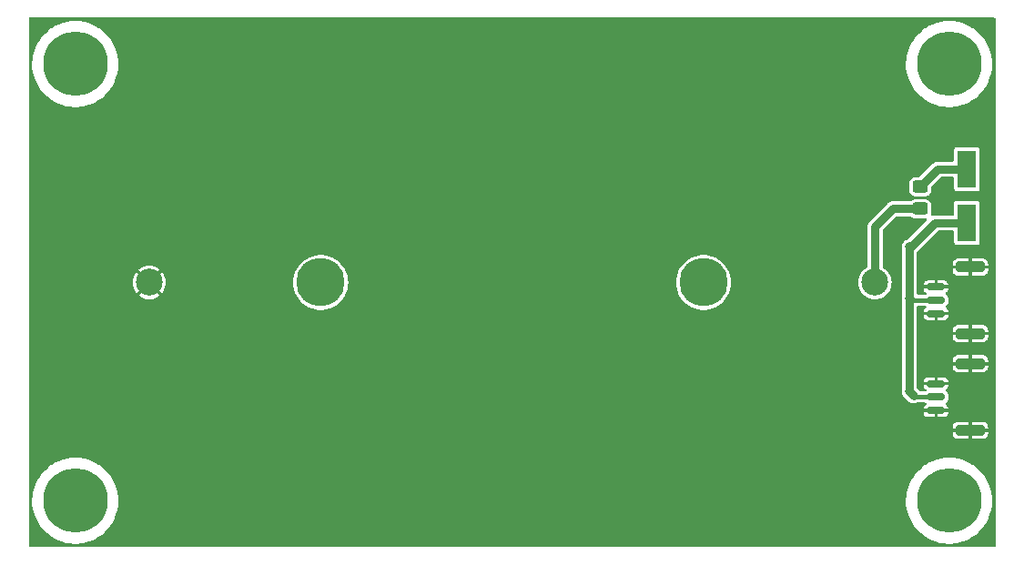
<source format=gbr>
%TF.GenerationSoftware,KiCad,Pcbnew,6.0.4-6f826c9f35~116~ubuntu20.04.1*%
%TF.CreationDate,2022-07-18T09:26:53+00:00*%
%TF.ProjectId,UST1BATTD01A,55535431-4241-4545-9444-3031412e6b69,rev?*%
%TF.SameCoordinates,PX463f660PY87a6900*%
%TF.FileFunction,Copper,L1,Top*%
%TF.FilePolarity,Positive*%
%FSLAX46Y46*%
G04 Gerber Fmt 4.6, Leading zero omitted, Abs format (unit mm)*
G04 Created by KiCad (PCBNEW 6.0.4-6f826c9f35~116~ubuntu20.04.1) date 2022-07-18 09:26:53*
%MOMM*%
%LPD*%
G01*
G04 APERTURE LIST*
G04 Aperture macros list*
%AMRoundRect*
0 Rectangle with rounded corners*
0 $1 Rounding radius*
0 $2 $3 $4 $5 $6 $7 $8 $9 X,Y pos of 4 corners*
0 Add a 4 corners polygon primitive as box body*
4,1,4,$2,$3,$4,$5,$6,$7,$8,$9,$2,$3,0*
0 Add four circle primitives for the rounded corners*
1,1,$1+$1,$2,$3*
1,1,$1+$1,$4,$5*
1,1,$1+$1,$6,$7*
1,1,$1+$1,$8,$9*
0 Add four rect primitives between the rounded corners*
20,1,$1+$1,$2,$3,$4,$5,0*
20,1,$1+$1,$4,$5,$6,$7,0*
20,1,$1+$1,$6,$7,$8,$9,0*
20,1,$1+$1,$8,$9,$2,$3,0*%
G04 Aperture macros list end*
%TA.AperFunction,ComponentPad*%
%ADD10C,6.000000*%
%TD*%
%TA.AperFunction,WasherPad*%
%ADD11C,4.500000*%
%TD*%
%TA.AperFunction,ComponentPad*%
%ADD12C,2.500000*%
%TD*%
%TA.AperFunction,SMDPad,CuDef*%
%ADD13R,1.800000X3.500000*%
%TD*%
%TA.AperFunction,SMDPad,CuDef*%
%ADD14RoundRect,0.250000X-0.450000X0.325000X-0.450000X-0.325000X0.450000X-0.325000X0.450000X0.325000X0*%
%TD*%
%TA.AperFunction,SMDPad,CuDef*%
%ADD15RoundRect,0.150000X0.700000X-0.150000X0.700000X0.150000X-0.700000X0.150000X-0.700000X-0.150000X0*%
%TD*%
%TA.AperFunction,SMDPad,CuDef*%
%ADD16RoundRect,0.250000X1.100000X-0.250000X1.100000X0.250000X-1.100000X0.250000X-1.100000X-0.250000X0*%
%TD*%
%TA.AperFunction,ViaPad*%
%ADD17C,0.800000*%
%TD*%
%TA.AperFunction,Conductor*%
%ADD18C,0.400000*%
%TD*%
%TA.AperFunction,Conductor*%
%ADD19C,0.800000*%
%TD*%
G04 APERTURE END LIST*
D10*
%TO.P,M3,1*%
%TO.N,unconnected-(M3-Pad1)*%
X86360000Y45720000D03*
%TD*%
D11*
%TO.P,BT1,*%
%TO.N,*%
X63520000Y25400000D03*
X27920000Y25400000D03*
D12*
%TO.P,BT1,1,+*%
%TO.N,Net-(BT1-Pad1)*%
X79470000Y25400000D03*
%TO.P,BT1,2,-*%
%TO.N,GND*%
X11970000Y25400000D03*
%TD*%
D13*
%TO.P,D2,1,K*%
%TO.N,Net-(D1-Pad1)*%
X88011000Y30941000D03*
%TO.P,D2,2,A*%
%TO.N,Net-(D2-Pad2)*%
X88011000Y35941000D03*
%TD*%
D14*
%TO.P,F2,1*%
%TO.N,Net-(D2-Pad2)*%
X83693000Y34308000D03*
%TO.P,F2,2*%
%TO.N,Net-(BT1-Pad1)*%
X83693000Y32258000D03*
%TD*%
D15*
%TO.P,J1,1*%
%TO.N,GND*%
X85150000Y13482000D03*
%TO.P,J1,2*%
%TO.N,Net-(D1-Pad1)*%
X85150000Y14732000D03*
%TO.P,J1,3*%
%TO.N,GND*%
X85150000Y15982000D03*
D16*
%TO.P,J1,MP*%
X88350000Y11632000D03*
X88350000Y17832000D03*
%TD*%
D10*
%TO.P,M4,1*%
%TO.N,unconnected-(M4-Pad1)*%
X86360000Y5080000D03*
%TD*%
%TO.P,M2,1*%
%TO.N,unconnected-(M2-Pad1)*%
X5080000Y5080000D03*
%TD*%
%TO.P,M1,1*%
%TO.N,unconnected-(M1-Pad1)*%
X5080000Y45720000D03*
%TD*%
D15*
%TO.P,J4,1*%
%TO.N,GND*%
X85150000Y22499000D03*
%TO.P,J4,2*%
%TO.N,Net-(D1-Pad1)*%
X85150000Y23749000D03*
%TO.P,J4,3*%
%TO.N,GND*%
X85150000Y24999000D03*
D16*
%TO.P,J4,MP*%
X88350000Y26849000D03*
X88350000Y20649000D03*
%TD*%
D17*
%TO.N,Net-(D1-Pad1)*%
X82677000Y15240000D03*
X82677000Y28702000D03*
X82677000Y23876000D03*
%TD*%
D18*
%TO.N,Net-(D1-Pad1)*%
X83058000Y23749000D02*
X82677000Y24130000D01*
D19*
X82677000Y28575000D02*
X82677000Y23876000D01*
D18*
X85150000Y23749000D02*
X83058000Y23749000D01*
D19*
X85043000Y30941000D02*
X82677000Y28575000D01*
X88011000Y30941000D02*
X85043000Y30941000D01*
X82677000Y15240000D02*
X83058000Y14859000D01*
X82677000Y23876000D02*
X82677000Y15240000D01*
D18*
X82677000Y24130000D02*
X82677000Y23876000D01*
X85150000Y14732000D02*
X83185000Y14732000D01*
X83185000Y14732000D02*
X83058000Y14859000D01*
D19*
%TO.N,Net-(D2-Pad2)*%
X88011000Y35941000D02*
X85326000Y35941000D01*
X85326000Y35941000D02*
X83693000Y34308000D01*
%TO.N,Net-(BT1-Pad1)*%
X83693000Y32258000D02*
X81153000Y32258000D01*
X81153000Y32258000D02*
X79470000Y30575000D01*
X79470000Y30575000D02*
X79470000Y25400000D01*
%TD*%
%TA.AperFunction,Conductor*%
%TO.N,GND*%
G36*
X90627621Y50025498D02*
G01*
X90674114Y49971842D01*
X90685500Y49919500D01*
X90685500Y880500D01*
X90665498Y812379D01*
X90611842Y765886D01*
X90559500Y754500D01*
X880500Y754500D01*
X812379Y774502D01*
X765886Y828158D01*
X754500Y880500D01*
X754500Y5135923D01*
X1075065Y5135923D01*
X1088722Y4744843D01*
X1140477Y4356962D01*
X1229834Y3975983D01*
X1230823Y3973077D01*
X1230825Y3973071D01*
X1354950Y3608457D01*
X1354955Y3608445D01*
X1355943Y3605542D01*
X1517598Y3249174D01*
X1713258Y2910283D01*
X1715047Y2907784D01*
X1715049Y2907781D01*
X1812831Y2771201D01*
X1941053Y2592101D01*
X2198810Y2297667D01*
X2484069Y2029792D01*
X2794107Y1791031D01*
X2796710Y1789404D01*
X2796715Y1789401D01*
X2915687Y1715059D01*
X3125964Y1583663D01*
X3476472Y1409669D01*
X3842287Y1270710D01*
X4219915Y1168110D01*
X4222958Y1167595D01*
X4222964Y1167594D01*
X4602713Y1103364D01*
X4602720Y1103363D01*
X4605754Y1102850D01*
X4608825Y1102635D01*
X4608827Y1102635D01*
X4993053Y1075767D01*
X4993061Y1075767D01*
X4996119Y1075553D01*
X5249704Y1082637D01*
X5384211Y1086394D01*
X5384214Y1086394D01*
X5387285Y1086480D01*
X5390338Y1086866D01*
X5390342Y1086866D01*
X5576145Y1110338D01*
X5775517Y1135525D01*
X5778521Y1136207D01*
X5778524Y1136208D01*
X6154115Y1221540D01*
X6154121Y1221542D01*
X6157111Y1222221D01*
X6302875Y1270710D01*
X6525500Y1344767D01*
X6525506Y1344769D01*
X6528424Y1345740D01*
X6669551Y1408574D01*
X6883111Y1503657D01*
X6883117Y1503660D01*
X6885911Y1504904D01*
X6888580Y1506420D01*
X7223492Y1696676D01*
X7223498Y1696680D01*
X7226160Y1698192D01*
X7545924Y1923761D01*
X7842150Y2179456D01*
X7844271Y2181683D01*
X7844277Y2181689D01*
X8109894Y2460615D01*
X8112011Y2462838D01*
X8211192Y2589783D01*
X8351021Y2768756D01*
X8351023Y2768759D01*
X8352931Y2771201D01*
X8354587Y2773811D01*
X8354593Y2773819D01*
X8560957Y3098997D01*
X8560959Y3099000D01*
X8562610Y3101602D01*
X8739046Y3450888D01*
X8880557Y3815723D01*
X8985790Y4192626D01*
X9053742Y4578000D01*
X9066580Y4744843D01*
X9083613Y4966211D01*
X9083613Y4966222D01*
X9083763Y4968165D01*
X9085325Y5080000D01*
X9082590Y5135923D01*
X82355065Y5135923D01*
X82368722Y4744843D01*
X82420477Y4356962D01*
X82509834Y3975983D01*
X82510823Y3973077D01*
X82510825Y3973071D01*
X82634950Y3608457D01*
X82634955Y3608445D01*
X82635943Y3605542D01*
X82797598Y3249174D01*
X82993258Y2910283D01*
X82995047Y2907784D01*
X82995049Y2907781D01*
X83092831Y2771201D01*
X83221053Y2592101D01*
X83478810Y2297667D01*
X83764069Y2029792D01*
X84074107Y1791031D01*
X84076710Y1789404D01*
X84076715Y1789401D01*
X84195687Y1715059D01*
X84405964Y1583663D01*
X84756472Y1409669D01*
X85122287Y1270710D01*
X85499915Y1168110D01*
X85502958Y1167595D01*
X85502964Y1167594D01*
X85882713Y1103364D01*
X85882720Y1103363D01*
X85885754Y1102850D01*
X85888825Y1102635D01*
X85888827Y1102635D01*
X86273053Y1075767D01*
X86273061Y1075767D01*
X86276119Y1075553D01*
X86529704Y1082637D01*
X86664211Y1086394D01*
X86664214Y1086394D01*
X86667285Y1086480D01*
X86670338Y1086866D01*
X86670342Y1086866D01*
X86856145Y1110338D01*
X87055517Y1135525D01*
X87058521Y1136207D01*
X87058524Y1136208D01*
X87434115Y1221540D01*
X87434121Y1221542D01*
X87437111Y1222221D01*
X87582875Y1270710D01*
X87805500Y1344767D01*
X87805506Y1344769D01*
X87808424Y1345740D01*
X87949551Y1408574D01*
X88163111Y1503657D01*
X88163117Y1503660D01*
X88165911Y1504904D01*
X88168580Y1506420D01*
X88503492Y1696676D01*
X88503498Y1696680D01*
X88506160Y1698192D01*
X88825924Y1923761D01*
X89122150Y2179456D01*
X89124271Y2181683D01*
X89124277Y2181689D01*
X89389894Y2460615D01*
X89392011Y2462838D01*
X89491192Y2589783D01*
X89631021Y2768756D01*
X89631023Y2768759D01*
X89632931Y2771201D01*
X89634587Y2773811D01*
X89634593Y2773819D01*
X89840957Y3098997D01*
X89840959Y3099000D01*
X89842610Y3101602D01*
X90019046Y3450888D01*
X90160557Y3815723D01*
X90265790Y4192626D01*
X90333742Y4578000D01*
X90346580Y4744843D01*
X90363613Y4966211D01*
X90363613Y4966222D01*
X90363763Y4968165D01*
X90365325Y5080000D01*
X90346209Y5470851D01*
X90289044Y5857972D01*
X90194376Y6237666D01*
X90063107Y6606311D01*
X89896492Y6960386D01*
X89867167Y7009580D01*
X89697700Y7293862D01*
X89696120Y7296513D01*
X89463905Y7611483D01*
X89202061Y7902289D01*
X88913090Y8166156D01*
X88599749Y8400565D01*
X88546075Y8433071D01*
X88267658Y8601687D01*
X88267649Y8601692D01*
X88265030Y8603278D01*
X87912126Y8772362D01*
X87909237Y8773414D01*
X87909231Y8773416D01*
X87547306Y8905145D01*
X87547303Y8905146D01*
X87544407Y8906200D01*
X87267326Y8977342D01*
X87168366Y9002751D01*
X87168363Y9002752D01*
X87165382Y9003517D01*
X86778670Y9063383D01*
X86775613Y9063554D01*
X86775612Y9063554D01*
X86745120Y9065259D01*
X86387962Y9085227D01*
X86384883Y9085098D01*
X86384880Y9085098D01*
X86128770Y9074364D01*
X85996987Y9068841D01*
X85993943Y9068413D01*
X85993941Y9068413D01*
X85959368Y9063554D01*
X85609477Y9014380D01*
X85229131Y8922364D01*
X84859579Y8793673D01*
X84856781Y8792380D01*
X84507146Y8630826D01*
X84507136Y8630821D01*
X84504349Y8629533D01*
X84395829Y8565865D01*
X84169486Y8433071D01*
X84169481Y8433068D01*
X84166831Y8431513D01*
X84126433Y8402162D01*
X83852730Y8203306D01*
X83852721Y8203299D01*
X83850248Y8201502D01*
X83847958Y8199469D01*
X83847952Y8199464D01*
X83559924Y7943740D01*
X83557621Y7941695D01*
X83291743Y7654573D01*
X83055152Y7342876D01*
X82850107Y7009580D01*
X82678564Y6657865D01*
X82542162Y6291090D01*
X82442201Y5912754D01*
X82379637Y5526469D01*
X82355065Y5135923D01*
X9082590Y5135923D01*
X9066209Y5470851D01*
X9009044Y5857972D01*
X8914376Y6237666D01*
X8783107Y6606311D01*
X8616492Y6960386D01*
X8587167Y7009580D01*
X8417700Y7293862D01*
X8416120Y7296513D01*
X8183905Y7611483D01*
X7922061Y7902289D01*
X7633090Y8166156D01*
X7319749Y8400565D01*
X7266075Y8433071D01*
X6987658Y8601687D01*
X6987649Y8601692D01*
X6985030Y8603278D01*
X6632126Y8772362D01*
X6629237Y8773414D01*
X6629231Y8773416D01*
X6267306Y8905145D01*
X6267303Y8905146D01*
X6264407Y8906200D01*
X5987326Y8977342D01*
X5888366Y9002751D01*
X5888363Y9002752D01*
X5885382Y9003517D01*
X5498670Y9063383D01*
X5495613Y9063554D01*
X5495612Y9063554D01*
X5465120Y9065259D01*
X5107962Y9085227D01*
X5104883Y9085098D01*
X5104880Y9085098D01*
X4848770Y9074364D01*
X4716987Y9068841D01*
X4713943Y9068413D01*
X4713941Y9068413D01*
X4679368Y9063554D01*
X4329477Y9014380D01*
X3949131Y8922364D01*
X3579579Y8793673D01*
X3576781Y8792380D01*
X3227146Y8630826D01*
X3227136Y8630821D01*
X3224349Y8629533D01*
X3115829Y8565865D01*
X2889486Y8433071D01*
X2889481Y8433068D01*
X2886831Y8431513D01*
X2846433Y8402162D01*
X2572730Y8203306D01*
X2572721Y8203299D01*
X2570248Y8201502D01*
X2567958Y8199469D01*
X2567952Y8199464D01*
X2279924Y7943740D01*
X2277621Y7941695D01*
X2011743Y7654573D01*
X1775152Y7342876D01*
X1570107Y7009580D01*
X1398564Y6657865D01*
X1262162Y6291090D01*
X1162201Y5912754D01*
X1099637Y5526469D01*
X1075065Y5135923D01*
X754500Y5135923D01*
X754500Y11343057D01*
X86700000Y11343057D01*
X86700456Y11335502D01*
X86709881Y11257612D01*
X86713834Y11242047D01*
X86763165Y11117451D01*
X86771522Y11102620D01*
X86852243Y10996275D01*
X86864275Y10984243D01*
X86970620Y10903522D01*
X86985451Y10895165D01*
X87110047Y10845834D01*
X87125612Y10841881D01*
X87203502Y10832456D01*
X87211057Y10832000D01*
X88181885Y10832000D01*
X88197124Y10836475D01*
X88198329Y10837865D01*
X88200000Y10845548D01*
X88200000Y10850115D01*
X88500000Y10850115D01*
X88504475Y10834876D01*
X88505865Y10833671D01*
X88513548Y10832000D01*
X89488943Y10832000D01*
X89496498Y10832456D01*
X89574388Y10841881D01*
X89589953Y10845834D01*
X89714549Y10895165D01*
X89729380Y10903522D01*
X89835725Y10984243D01*
X89847757Y10996275D01*
X89928478Y11102620D01*
X89936835Y11117451D01*
X89986166Y11242047D01*
X89990119Y11257612D01*
X89999544Y11335502D01*
X90000000Y11343057D01*
X90000000Y11463885D01*
X89995525Y11479124D01*
X89994135Y11480329D01*
X89986452Y11482000D01*
X88518115Y11482000D01*
X88502876Y11477525D01*
X88501671Y11476135D01*
X88500000Y11468452D01*
X88500000Y10850115D01*
X88200000Y10850115D01*
X88200000Y11463885D01*
X88195525Y11479124D01*
X88194135Y11480329D01*
X88186452Y11482000D01*
X86718115Y11482000D01*
X86702876Y11477525D01*
X86701671Y11476135D01*
X86700000Y11468452D01*
X86700000Y11343057D01*
X754500Y11343057D01*
X754500Y11800115D01*
X86700000Y11800115D01*
X86704475Y11784876D01*
X86705865Y11783671D01*
X86713548Y11782000D01*
X88181885Y11782000D01*
X88197124Y11786475D01*
X88198329Y11787865D01*
X88200000Y11795548D01*
X88200000Y11800115D01*
X88500000Y11800115D01*
X88504475Y11784876D01*
X88505865Y11783671D01*
X88513548Y11782000D01*
X89981885Y11782000D01*
X89997124Y11786475D01*
X89998329Y11787865D01*
X90000000Y11795548D01*
X90000000Y11920943D01*
X89999544Y11928498D01*
X89990119Y12006388D01*
X89986166Y12021953D01*
X89936835Y12146549D01*
X89928478Y12161380D01*
X89847757Y12267725D01*
X89835725Y12279757D01*
X89729380Y12360478D01*
X89714549Y12368835D01*
X89589953Y12418166D01*
X89574388Y12422119D01*
X89496498Y12431544D01*
X89488943Y12432000D01*
X88518115Y12432000D01*
X88502876Y12427525D01*
X88501671Y12426135D01*
X88500000Y12418452D01*
X88500000Y11800115D01*
X88200000Y11800115D01*
X88200000Y12413885D01*
X88195525Y12429124D01*
X88194135Y12430329D01*
X88186452Y12432000D01*
X87211057Y12432000D01*
X87203502Y12431544D01*
X87125612Y12422119D01*
X87110047Y12418166D01*
X86985451Y12368835D01*
X86970620Y12360478D01*
X86864275Y12279757D01*
X86852243Y12267725D01*
X86771522Y12161380D01*
X86763165Y12146549D01*
X86713834Y12021953D01*
X86709881Y12006388D01*
X86700456Y11928498D01*
X86700000Y11920943D01*
X86700000Y11800115D01*
X754500Y11800115D01*
X754500Y13281196D01*
X84000001Y13281196D01*
X84000280Y13275275D01*
X84002256Y13254369D01*
X84005521Y13239484D01*
X84044694Y13127936D01*
X84053406Y13111480D01*
X84122616Y13017779D01*
X84135779Y13004616D01*
X84229480Y12935406D01*
X84245936Y12926694D01*
X84357479Y12887523D01*
X84372373Y12884255D01*
X84393281Y12882279D01*
X84399192Y12882000D01*
X84981885Y12882000D01*
X84997124Y12886475D01*
X84998329Y12887865D01*
X85000000Y12895548D01*
X85000000Y12900116D01*
X85300000Y12900116D01*
X85304475Y12884877D01*
X85305865Y12883672D01*
X85313548Y12882001D01*
X85900804Y12882001D01*
X85906725Y12882280D01*
X85927631Y12884256D01*
X85942516Y12887521D01*
X86054064Y12926694D01*
X86070520Y12935406D01*
X86164221Y13004616D01*
X86177384Y13017779D01*
X86246594Y13111480D01*
X86255306Y13127936D01*
X86294477Y13239479D01*
X86297745Y13254373D01*
X86299721Y13275281D01*
X86300000Y13281192D01*
X86300000Y13313885D01*
X86295525Y13329124D01*
X86294135Y13330329D01*
X86286452Y13332000D01*
X85318115Y13332000D01*
X85302876Y13327525D01*
X85301671Y13326135D01*
X85300000Y13318452D01*
X85300000Y12900116D01*
X85000000Y12900116D01*
X85000000Y13313885D01*
X84995525Y13329124D01*
X84994135Y13330329D01*
X84986452Y13332000D01*
X84018116Y13332000D01*
X84002877Y13327525D01*
X84001672Y13326135D01*
X84000001Y13318452D01*
X84000001Y13281196D01*
X754500Y13281196D01*
X754500Y24202152D01*
X10990429Y24202152D01*
X10997217Y24192451D01*
X11052351Y24145362D01*
X11060333Y24139562D01*
X11259919Y24017255D01*
X11268713Y24012774D01*
X11484970Y23923198D01*
X11494355Y23920149D01*
X11721964Y23865504D01*
X11731711Y23863961D01*
X11965070Y23845595D01*
X11974930Y23845595D01*
X12208289Y23863961D01*
X12218036Y23865504D01*
X12445645Y23920149D01*
X12455030Y23923198D01*
X12671287Y24012774D01*
X12680081Y24017255D01*
X12879667Y24139562D01*
X12887649Y24145362D01*
X12941215Y24191111D01*
X12949645Y24204024D01*
X12943637Y24214231D01*
X11982812Y25175056D01*
X11968868Y25182670D01*
X11967035Y25182539D01*
X11960420Y25178288D01*
X10997821Y24215689D01*
X10990429Y24202152D01*
X754500Y24202152D01*
X754500Y25395070D01*
X10415595Y25395070D01*
X10433961Y25161711D01*
X10435504Y25151964D01*
X10490149Y24924355D01*
X10493198Y24914970D01*
X10582774Y24698713D01*
X10587255Y24689919D01*
X10709562Y24490333D01*
X10715362Y24482351D01*
X10761111Y24428785D01*
X10774024Y24420355D01*
X10784231Y24426363D01*
X11745056Y25387188D01*
X11751434Y25398868D01*
X12187330Y25398868D01*
X12187461Y25397035D01*
X12191712Y25390420D01*
X13154311Y24427821D01*
X13167848Y24420429D01*
X13177549Y24427217D01*
X13224638Y24482351D01*
X13230438Y24490333D01*
X13352745Y24689919D01*
X13357226Y24698713D01*
X13446802Y24914970D01*
X13449851Y24924355D01*
X13504496Y25151964D01*
X13506039Y25161711D01*
X13524405Y25395070D01*
X13524405Y25400000D01*
X25364457Y25400000D01*
X25384608Y25079706D01*
X25444744Y24764462D01*
X25543916Y24459242D01*
X25545603Y24455656D01*
X25545605Y24455652D01*
X25678873Y24172444D01*
X25678877Y24172437D01*
X25680561Y24168858D01*
X25852522Y23897890D01*
X26057089Y23650610D01*
X26291036Y23430920D01*
X26294238Y23428593D01*
X26294240Y23428592D01*
X26547463Y23244615D01*
X26547468Y23244612D01*
X26550672Y23242284D01*
X26554141Y23240377D01*
X26554144Y23240375D01*
X26828441Y23089579D01*
X26831903Y23087676D01*
X27130294Y22969534D01*
X27441139Y22889723D01*
X27759536Y22849500D01*
X28080464Y22849500D01*
X28398861Y22889723D01*
X28709706Y22969534D01*
X29008097Y23087676D01*
X29011559Y23089579D01*
X29285856Y23240375D01*
X29285859Y23240377D01*
X29289328Y23242284D01*
X29292532Y23244612D01*
X29292537Y23244615D01*
X29545760Y23428592D01*
X29545762Y23428593D01*
X29548964Y23430920D01*
X29782911Y23650610D01*
X29987478Y23897890D01*
X30159439Y24168858D01*
X30161123Y24172437D01*
X30161127Y24172444D01*
X30294395Y24455652D01*
X30294397Y24455656D01*
X30296084Y24459242D01*
X30395256Y24764462D01*
X30455392Y25079706D01*
X30475543Y25400000D01*
X60964457Y25400000D01*
X60984608Y25079706D01*
X61044744Y24764462D01*
X61143916Y24459242D01*
X61145603Y24455656D01*
X61145605Y24455652D01*
X61278873Y24172444D01*
X61278877Y24172437D01*
X61280561Y24168858D01*
X61452522Y23897890D01*
X61657089Y23650610D01*
X61891036Y23430920D01*
X61894238Y23428593D01*
X61894240Y23428592D01*
X62147463Y23244615D01*
X62147468Y23244612D01*
X62150672Y23242284D01*
X62154141Y23240377D01*
X62154144Y23240375D01*
X62428441Y23089579D01*
X62431903Y23087676D01*
X62730294Y22969534D01*
X63041139Y22889723D01*
X63359536Y22849500D01*
X63680464Y22849500D01*
X63998861Y22889723D01*
X64309706Y22969534D01*
X64608097Y23087676D01*
X64611559Y23089579D01*
X64885856Y23240375D01*
X64885859Y23240377D01*
X64889328Y23242284D01*
X64892532Y23244612D01*
X64892537Y23244615D01*
X65145760Y23428592D01*
X65145762Y23428593D01*
X65148964Y23430920D01*
X65382911Y23650610D01*
X65587478Y23897890D01*
X65759439Y24168858D01*
X65761123Y24172437D01*
X65761127Y24172444D01*
X65894395Y24455652D01*
X65894397Y24455656D01*
X65896084Y24459242D01*
X65995256Y24764462D01*
X66055392Y25079706D01*
X66075543Y25400000D01*
X77914706Y25400000D01*
X77933854Y25156698D01*
X77953275Y25075806D01*
X77989636Y24924355D01*
X77990828Y24919388D01*
X77992718Y24914825D01*
X77992720Y24914819D01*
X78082234Y24698713D01*
X78084223Y24693911D01*
X78211741Y24485821D01*
X78370241Y24300241D01*
X78555821Y24141741D01*
X78763911Y24014223D01*
X78768481Y24012330D01*
X78768485Y24012328D01*
X78984819Y23922720D01*
X78984825Y23922718D01*
X78989388Y23920828D01*
X78994188Y23919676D01*
X78994193Y23919674D01*
X79084930Y23897890D01*
X79226698Y23863854D01*
X79470000Y23844706D01*
X79713302Y23863854D01*
X79855070Y23897890D01*
X79945807Y23919674D01*
X79945812Y23919676D01*
X79950612Y23920828D01*
X79955175Y23922718D01*
X79955181Y23922720D01*
X80171515Y24012328D01*
X80171519Y24012330D01*
X80176089Y24014223D01*
X80384179Y24141741D01*
X80569759Y24300241D01*
X80728259Y24485821D01*
X80855777Y24693911D01*
X80857766Y24698713D01*
X80947280Y24914819D01*
X80947282Y24914825D01*
X80949172Y24919388D01*
X80950365Y24924355D01*
X80986725Y25075806D01*
X81006146Y25156698D01*
X81025294Y25400000D01*
X81006146Y25643302D01*
X80976377Y25767298D01*
X80950326Y25875807D01*
X80950324Y25875812D01*
X80949172Y25880612D01*
X80947282Y25885175D01*
X80947280Y25885181D01*
X80857672Y26101515D01*
X80857670Y26101519D01*
X80855777Y26106089D01*
X80728259Y26314179D01*
X80569759Y26499759D01*
X80384179Y26658259D01*
X80230665Y26752333D01*
X80183034Y26804981D01*
X80170500Y26859766D01*
X80170500Y30232654D01*
X80190502Y30300775D01*
X80207405Y30321749D01*
X81406251Y31520595D01*
X81468563Y31554621D01*
X81495346Y31557500D01*
X82784721Y31557500D01*
X82852842Y31537498D01*
X82860901Y31531862D01*
X82963372Y31454082D01*
X82963375Y31454080D01*
X82970217Y31448887D01*
X83033832Y31423700D01*
X83102923Y31396345D01*
X83102925Y31396344D01*
X83110453Y31393364D01*
X83200228Y31382500D01*
X84185772Y31382500D01*
X84185772Y31381729D01*
X84251520Y31366654D01*
X84301158Y31315894D01*
X84315473Y31246355D01*
X84289920Y31180117D01*
X84278997Y31167654D01*
X82513665Y29402322D01*
X82453986Y29368899D01*
X82438416Y29365161D01*
X82438414Y29365160D01*
X82431032Y29363388D01*
X82424288Y29359907D01*
X82424285Y29359906D01*
X82287117Y29289108D01*
X82280369Y29285625D01*
X82152604Y29174169D01*
X82055113Y29035453D01*
X81993524Y28877487D01*
X81971394Y28709389D01*
X81972228Y28701838D01*
X81976090Y28666850D01*
X81974741Y28630064D01*
X81974132Y28626779D01*
X81974132Y28626773D01*
X81972748Y28619308D01*
X81973185Y28611728D01*
X81973185Y28611727D01*
X81976291Y28557856D01*
X81976500Y28550604D01*
X81976500Y23930432D01*
X81975422Y23913986D01*
X81972902Y23894841D01*
X81971394Y23883389D01*
X81975566Y23845595D01*
X81975739Y23844032D01*
X81976500Y23830206D01*
X81976500Y15294432D01*
X81975422Y15277986D01*
X81971394Y15247389D01*
X81972602Y15236453D01*
X81973071Y15214052D01*
X81972322Y15203070D01*
X81973627Y15195594D01*
X81973627Y15195590D01*
X81982432Y15145140D01*
X81983547Y15137304D01*
X81989999Y15078865D01*
X81991277Y15075372D01*
X81991724Y15071680D01*
X81994407Y15064578D01*
X81995210Y15061309D01*
X81999177Y15046809D01*
X82000166Y15043533D01*
X82001473Y15036046D01*
X82004527Y15029089D01*
X82025108Y14982203D01*
X82028060Y14974859D01*
X82048266Y14919644D01*
X82050340Y14916558D01*
X82051655Y14913077D01*
X82055958Y14906816D01*
X82057539Y14903791D01*
X82064825Y14890701D01*
X82066566Y14887758D01*
X82069621Y14880798D01*
X82105416Y14834149D01*
X82110025Y14827734D01*
X82138592Y14785223D01*
X82138595Y14785220D01*
X82142830Y14778917D01*
X82145583Y14776412D01*
X82147688Y14773349D01*
X82153365Y14768291D01*
X82193657Y14732392D01*
X82198933Y14727411D01*
X82592735Y14333609D01*
X82595722Y14331267D01*
X82595723Y14331266D01*
X82677148Y14267421D01*
X82692457Y14255417D01*
X82699375Y14252293D01*
X82699379Y14252291D01*
X82769552Y14220607D01*
X82846984Y14185645D01*
X82854452Y14184261D01*
X82854455Y14184260D01*
X82948977Y14166742D01*
X83013692Y14154748D01*
X83021272Y14155185D01*
X83021273Y14155185D01*
X83056804Y14157234D01*
X83182959Y14164508D01*
X83345011Y14214361D01*
X83351527Y14218261D01*
X83356797Y14220607D01*
X83408045Y14231500D01*
X84121525Y14231500D01*
X84189646Y14211498D01*
X84236139Y14157842D01*
X84246243Y14087568D01*
X84216749Y14022988D01*
X84196385Y14004149D01*
X84135779Y13959384D01*
X84122616Y13946221D01*
X84053406Y13852520D01*
X84044694Y13836064D01*
X84005523Y13724521D01*
X84002255Y13709627D01*
X84000279Y13688719D01*
X84000000Y13682808D01*
X84000000Y13650115D01*
X84004475Y13634876D01*
X84005865Y13633671D01*
X84013548Y13632000D01*
X86281884Y13632000D01*
X86297123Y13636475D01*
X86298328Y13637865D01*
X86299999Y13645548D01*
X86299999Y13682804D01*
X86299720Y13688725D01*
X86297744Y13709631D01*
X86294479Y13724516D01*
X86255306Y13836064D01*
X86246594Y13852520D01*
X86177384Y13946221D01*
X86164221Y13959384D01*
X86102005Y14005338D01*
X86059095Y14061899D01*
X86053575Y14132681D01*
X86087199Y14195211D01*
X86102006Y14208040D01*
X86164576Y14254255D01*
X86164579Y14254258D01*
X86172150Y14259850D01*
X86226630Y14333609D01*
X86247041Y14361243D01*
X86247042Y14361246D01*
X86252634Y14368816D01*
X86297519Y14496631D01*
X86300500Y14528166D01*
X86300500Y14935834D01*
X86297519Y14967369D01*
X86252634Y15095184D01*
X86247042Y15102754D01*
X86247041Y15102757D01*
X86184665Y15187206D01*
X86172150Y15204150D01*
X86164579Y15209742D01*
X86164576Y15209745D01*
X86102006Y15255960D01*
X86059095Y15312521D01*
X86053575Y15383303D01*
X86087199Y15445832D01*
X86102005Y15458662D01*
X86164221Y15504616D01*
X86177384Y15517779D01*
X86246594Y15611480D01*
X86255306Y15627936D01*
X86294477Y15739479D01*
X86297745Y15754373D01*
X86299721Y15775281D01*
X86300000Y15781192D01*
X86300000Y15813885D01*
X86295525Y15829124D01*
X86294135Y15830329D01*
X86286452Y15832000D01*
X84018116Y15832000D01*
X84002877Y15827525D01*
X84001672Y15826135D01*
X84000001Y15818452D01*
X84000001Y15781196D01*
X84000280Y15775275D01*
X84002256Y15754369D01*
X84005521Y15739484D01*
X84044694Y15627936D01*
X84053406Y15611480D01*
X84122616Y15517779D01*
X84135779Y15504616D01*
X84196385Y15459851D01*
X84239296Y15403289D01*
X84244815Y15332508D01*
X84211191Y15269978D01*
X84149098Y15235554D01*
X84121525Y15232500D01*
X83716544Y15232500D01*
X83648423Y15252502D01*
X83616582Y15281795D01*
X83585978Y15321679D01*
X83414405Y15493252D01*
X83380379Y15555564D01*
X83377500Y15582347D01*
X83377500Y16150115D01*
X84000000Y16150115D01*
X84004475Y16134876D01*
X84005865Y16133671D01*
X84013548Y16132000D01*
X84981885Y16132000D01*
X84997124Y16136475D01*
X84998329Y16137865D01*
X85000000Y16145548D01*
X85000000Y16150115D01*
X85300000Y16150115D01*
X85304475Y16134876D01*
X85305865Y16133671D01*
X85313548Y16132000D01*
X86281884Y16132000D01*
X86297123Y16136475D01*
X86298328Y16137865D01*
X86299999Y16145548D01*
X86299999Y16182804D01*
X86299720Y16188725D01*
X86297744Y16209631D01*
X86294479Y16224516D01*
X86255306Y16336064D01*
X86246594Y16352520D01*
X86177384Y16446221D01*
X86164221Y16459384D01*
X86070520Y16528594D01*
X86054064Y16537306D01*
X85942521Y16576477D01*
X85927627Y16579745D01*
X85906719Y16581721D01*
X85900808Y16582000D01*
X85318115Y16582000D01*
X85302876Y16577525D01*
X85301671Y16576135D01*
X85300000Y16568452D01*
X85300000Y16150115D01*
X85000000Y16150115D01*
X85000000Y16563884D01*
X84995525Y16579123D01*
X84994135Y16580328D01*
X84986452Y16581999D01*
X84399196Y16581999D01*
X84393275Y16581720D01*
X84372369Y16579744D01*
X84357484Y16576479D01*
X84245936Y16537306D01*
X84229480Y16528594D01*
X84135779Y16459384D01*
X84122616Y16446221D01*
X84053406Y16352520D01*
X84044694Y16336064D01*
X84005523Y16224521D01*
X84002255Y16209627D01*
X84000279Y16188719D01*
X84000000Y16182808D01*
X84000000Y16150115D01*
X83377500Y16150115D01*
X83377500Y17543057D01*
X86700000Y17543057D01*
X86700456Y17535502D01*
X86709881Y17457612D01*
X86713834Y17442047D01*
X86763165Y17317451D01*
X86771522Y17302620D01*
X86852243Y17196275D01*
X86864275Y17184243D01*
X86970620Y17103522D01*
X86985451Y17095165D01*
X87110047Y17045834D01*
X87125612Y17041881D01*
X87203502Y17032456D01*
X87211057Y17032000D01*
X88181885Y17032000D01*
X88197124Y17036475D01*
X88198329Y17037865D01*
X88200000Y17045548D01*
X88200000Y17050115D01*
X88500000Y17050115D01*
X88504475Y17034876D01*
X88505865Y17033671D01*
X88513548Y17032000D01*
X89488943Y17032000D01*
X89496498Y17032456D01*
X89574388Y17041881D01*
X89589953Y17045834D01*
X89714549Y17095165D01*
X89729380Y17103522D01*
X89835725Y17184243D01*
X89847757Y17196275D01*
X89928478Y17302620D01*
X89936835Y17317451D01*
X89986166Y17442047D01*
X89990119Y17457612D01*
X89999544Y17535502D01*
X90000000Y17543057D01*
X90000000Y17663885D01*
X89995525Y17679124D01*
X89994135Y17680329D01*
X89986452Y17682000D01*
X88518115Y17682000D01*
X88502876Y17677525D01*
X88501671Y17676135D01*
X88500000Y17668452D01*
X88500000Y17050115D01*
X88200000Y17050115D01*
X88200000Y17663885D01*
X88195525Y17679124D01*
X88194135Y17680329D01*
X88186452Y17682000D01*
X86718115Y17682000D01*
X86702876Y17677525D01*
X86701671Y17676135D01*
X86700000Y17668452D01*
X86700000Y17543057D01*
X83377500Y17543057D01*
X83377500Y18000115D01*
X86700000Y18000115D01*
X86704475Y17984876D01*
X86705865Y17983671D01*
X86713548Y17982000D01*
X88181885Y17982000D01*
X88197124Y17986475D01*
X88198329Y17987865D01*
X88200000Y17995548D01*
X88200000Y18000115D01*
X88500000Y18000115D01*
X88504475Y17984876D01*
X88505865Y17983671D01*
X88513548Y17982000D01*
X89981885Y17982000D01*
X89997124Y17986475D01*
X89998329Y17987865D01*
X90000000Y17995548D01*
X90000000Y18120943D01*
X89999544Y18128498D01*
X89990119Y18206388D01*
X89986166Y18221953D01*
X89936835Y18346549D01*
X89928478Y18361380D01*
X89847757Y18467725D01*
X89835725Y18479757D01*
X89729380Y18560478D01*
X89714549Y18568835D01*
X89589953Y18618166D01*
X89574388Y18622119D01*
X89496498Y18631544D01*
X89488943Y18632000D01*
X88518115Y18632000D01*
X88502876Y18627525D01*
X88501671Y18626135D01*
X88500000Y18618452D01*
X88500000Y18000115D01*
X88200000Y18000115D01*
X88200000Y18613885D01*
X88195525Y18629124D01*
X88194135Y18630329D01*
X88186452Y18632000D01*
X87211057Y18632000D01*
X87203502Y18631544D01*
X87125612Y18622119D01*
X87110047Y18618166D01*
X86985451Y18568835D01*
X86970620Y18560478D01*
X86864275Y18479757D01*
X86852243Y18467725D01*
X86771522Y18361380D01*
X86763165Y18346549D01*
X86713834Y18221953D01*
X86709881Y18206388D01*
X86700456Y18128498D01*
X86700000Y18120943D01*
X86700000Y18000115D01*
X83377500Y18000115D01*
X83377500Y20360057D01*
X86700000Y20360057D01*
X86700456Y20352502D01*
X86709881Y20274612D01*
X86713834Y20259047D01*
X86763165Y20134451D01*
X86771522Y20119620D01*
X86852243Y20013275D01*
X86864275Y20001243D01*
X86970620Y19920522D01*
X86985451Y19912165D01*
X87110047Y19862834D01*
X87125612Y19858881D01*
X87203502Y19849456D01*
X87211057Y19849000D01*
X88181885Y19849000D01*
X88197124Y19853475D01*
X88198329Y19854865D01*
X88200000Y19862548D01*
X88200000Y19867115D01*
X88500000Y19867115D01*
X88504475Y19851876D01*
X88505865Y19850671D01*
X88513548Y19849000D01*
X89488943Y19849000D01*
X89496498Y19849456D01*
X89574388Y19858881D01*
X89589953Y19862834D01*
X89714549Y19912165D01*
X89729380Y19920522D01*
X89835725Y20001243D01*
X89847757Y20013275D01*
X89928478Y20119620D01*
X89936835Y20134451D01*
X89986166Y20259047D01*
X89990119Y20274612D01*
X89999544Y20352502D01*
X90000000Y20360057D01*
X90000000Y20480885D01*
X89995525Y20496124D01*
X89994135Y20497329D01*
X89986452Y20499000D01*
X88518115Y20499000D01*
X88502876Y20494525D01*
X88501671Y20493135D01*
X88500000Y20485452D01*
X88500000Y19867115D01*
X88200000Y19867115D01*
X88200000Y20480885D01*
X88195525Y20496124D01*
X88194135Y20497329D01*
X88186452Y20499000D01*
X86718115Y20499000D01*
X86702876Y20494525D01*
X86701671Y20493135D01*
X86700000Y20485452D01*
X86700000Y20360057D01*
X83377500Y20360057D01*
X83377500Y20817115D01*
X86700000Y20817115D01*
X86704475Y20801876D01*
X86705865Y20800671D01*
X86713548Y20799000D01*
X88181885Y20799000D01*
X88197124Y20803475D01*
X88198329Y20804865D01*
X88200000Y20812548D01*
X88200000Y20817115D01*
X88500000Y20817115D01*
X88504475Y20801876D01*
X88505865Y20800671D01*
X88513548Y20799000D01*
X89981885Y20799000D01*
X89997124Y20803475D01*
X89998329Y20804865D01*
X90000000Y20812548D01*
X90000000Y20937943D01*
X89999544Y20945498D01*
X89990119Y21023388D01*
X89986166Y21038953D01*
X89936835Y21163549D01*
X89928478Y21178380D01*
X89847757Y21284725D01*
X89835725Y21296757D01*
X89729380Y21377478D01*
X89714549Y21385835D01*
X89589953Y21435166D01*
X89574388Y21439119D01*
X89496498Y21448544D01*
X89488943Y21449000D01*
X88518115Y21449000D01*
X88502876Y21444525D01*
X88501671Y21443135D01*
X88500000Y21435452D01*
X88500000Y20817115D01*
X88200000Y20817115D01*
X88200000Y21430885D01*
X88195525Y21446124D01*
X88194135Y21447329D01*
X88186452Y21449000D01*
X87211057Y21449000D01*
X87203502Y21448544D01*
X87125612Y21439119D01*
X87110047Y21435166D01*
X86985451Y21385835D01*
X86970620Y21377478D01*
X86864275Y21296757D01*
X86852243Y21284725D01*
X86771522Y21178380D01*
X86763165Y21163549D01*
X86713834Y21038953D01*
X86709881Y21023388D01*
X86700456Y20945498D01*
X86700000Y20937943D01*
X86700000Y20817115D01*
X83377500Y20817115D01*
X83377500Y22298196D01*
X84000001Y22298196D01*
X84000280Y22292275D01*
X84002256Y22271369D01*
X84005521Y22256484D01*
X84044694Y22144936D01*
X84053406Y22128480D01*
X84122616Y22034779D01*
X84135779Y22021616D01*
X84229480Y21952406D01*
X84245936Y21943694D01*
X84357479Y21904523D01*
X84372373Y21901255D01*
X84393281Y21899279D01*
X84399192Y21899000D01*
X84981885Y21899000D01*
X84997124Y21903475D01*
X84998329Y21904865D01*
X85000000Y21912548D01*
X85000000Y21917116D01*
X85300000Y21917116D01*
X85304475Y21901877D01*
X85305865Y21900672D01*
X85313548Y21899001D01*
X85900804Y21899001D01*
X85906725Y21899280D01*
X85927631Y21901256D01*
X85942516Y21904521D01*
X86054064Y21943694D01*
X86070520Y21952406D01*
X86164221Y22021616D01*
X86177384Y22034779D01*
X86246594Y22128480D01*
X86255306Y22144936D01*
X86294477Y22256479D01*
X86297745Y22271373D01*
X86299721Y22292281D01*
X86300000Y22298192D01*
X86300000Y22330885D01*
X86295525Y22346124D01*
X86294135Y22347329D01*
X86286452Y22349000D01*
X85318115Y22349000D01*
X85302876Y22344525D01*
X85301671Y22343135D01*
X85300000Y22335452D01*
X85300000Y21917116D01*
X85000000Y21917116D01*
X85000000Y22330885D01*
X84995525Y22346124D01*
X84994135Y22347329D01*
X84986452Y22349000D01*
X84018116Y22349000D01*
X84002877Y22344525D01*
X84001672Y22343135D01*
X84000001Y22335452D01*
X84000001Y22298196D01*
X83377500Y22298196D01*
X83377500Y23122500D01*
X83397502Y23190621D01*
X83451158Y23237114D01*
X83503500Y23248500D01*
X84121525Y23248500D01*
X84189646Y23228498D01*
X84236139Y23174842D01*
X84246243Y23104568D01*
X84216749Y23039988D01*
X84196385Y23021149D01*
X84135779Y22976384D01*
X84122616Y22963221D01*
X84053406Y22869520D01*
X84044694Y22853064D01*
X84005523Y22741521D01*
X84002255Y22726627D01*
X84000279Y22705719D01*
X84000000Y22699808D01*
X84000000Y22667115D01*
X84004475Y22651876D01*
X84005865Y22650671D01*
X84013548Y22649000D01*
X86281884Y22649000D01*
X86297123Y22653475D01*
X86298328Y22654865D01*
X86299999Y22662548D01*
X86299999Y22699804D01*
X86299720Y22705725D01*
X86297744Y22726631D01*
X86294479Y22741516D01*
X86255306Y22853064D01*
X86246594Y22869520D01*
X86177384Y22963221D01*
X86164221Y22976384D01*
X86102005Y23022338D01*
X86059095Y23078899D01*
X86053575Y23149681D01*
X86087199Y23212211D01*
X86102006Y23225040D01*
X86164576Y23271255D01*
X86164579Y23271258D01*
X86172150Y23276850D01*
X86184665Y23293794D01*
X86247041Y23378243D01*
X86247042Y23378246D01*
X86252634Y23385816D01*
X86297519Y23513631D01*
X86300500Y23545166D01*
X86300500Y23952834D01*
X86297519Y23984369D01*
X86252634Y24112184D01*
X86247042Y24119754D01*
X86247041Y24119757D01*
X86177742Y24213579D01*
X86172150Y24221150D01*
X86164579Y24226742D01*
X86164576Y24226745D01*
X86102006Y24272960D01*
X86059095Y24329521D01*
X86053575Y24400303D01*
X86087199Y24462832D01*
X86102005Y24475662D01*
X86164221Y24521616D01*
X86177384Y24534779D01*
X86246594Y24628480D01*
X86255306Y24644936D01*
X86294477Y24756479D01*
X86297745Y24771373D01*
X86299721Y24792281D01*
X86300000Y24798192D01*
X86300000Y24830885D01*
X86295525Y24846124D01*
X86294135Y24847329D01*
X86286452Y24849000D01*
X84018116Y24849000D01*
X84002877Y24844525D01*
X84001672Y24843135D01*
X84000001Y24835452D01*
X84000001Y24798196D01*
X84000280Y24792275D01*
X84002256Y24771369D01*
X84005521Y24756484D01*
X84044694Y24644936D01*
X84053406Y24628480D01*
X84122616Y24534779D01*
X84135779Y24521616D01*
X84196385Y24476851D01*
X84239296Y24420289D01*
X84244815Y24349508D01*
X84211191Y24286978D01*
X84149098Y24252554D01*
X84121525Y24249500D01*
X83503500Y24249500D01*
X83435379Y24269502D01*
X83388886Y24323158D01*
X83377500Y24375500D01*
X83377500Y25167115D01*
X84000000Y25167115D01*
X84004475Y25151876D01*
X84005865Y25150671D01*
X84013548Y25149000D01*
X84981885Y25149000D01*
X84997124Y25153475D01*
X84998329Y25154865D01*
X85000000Y25162548D01*
X85000000Y25167115D01*
X85300000Y25167115D01*
X85304475Y25151876D01*
X85305865Y25150671D01*
X85313548Y25149000D01*
X86281884Y25149000D01*
X86297123Y25153475D01*
X86298328Y25154865D01*
X86299999Y25162548D01*
X86299999Y25199804D01*
X86299720Y25205725D01*
X86297744Y25226631D01*
X86294479Y25241516D01*
X86255306Y25353064D01*
X86246594Y25369520D01*
X86177384Y25463221D01*
X86164221Y25476384D01*
X86070520Y25545594D01*
X86054064Y25554306D01*
X85942521Y25593477D01*
X85927627Y25596745D01*
X85906719Y25598721D01*
X85900808Y25599000D01*
X85318115Y25599000D01*
X85302876Y25594525D01*
X85301671Y25593135D01*
X85300000Y25585452D01*
X85300000Y25167115D01*
X85000000Y25167115D01*
X85000000Y25580884D01*
X84995525Y25596123D01*
X84994135Y25597328D01*
X84986452Y25598999D01*
X84399196Y25598999D01*
X84393275Y25598720D01*
X84372369Y25596744D01*
X84357484Y25593479D01*
X84245936Y25554306D01*
X84229480Y25545594D01*
X84135779Y25476384D01*
X84122616Y25463221D01*
X84053406Y25369520D01*
X84044694Y25353064D01*
X84005523Y25241521D01*
X84002255Y25226627D01*
X84000279Y25205719D01*
X84000000Y25199808D01*
X84000000Y25167115D01*
X83377500Y25167115D01*
X83377500Y26560057D01*
X86700000Y26560057D01*
X86700456Y26552502D01*
X86709881Y26474612D01*
X86713834Y26459047D01*
X86763165Y26334451D01*
X86771522Y26319620D01*
X86852243Y26213275D01*
X86864275Y26201243D01*
X86970620Y26120522D01*
X86985451Y26112165D01*
X87110047Y26062834D01*
X87125612Y26058881D01*
X87203502Y26049456D01*
X87211057Y26049000D01*
X88181885Y26049000D01*
X88197124Y26053475D01*
X88198329Y26054865D01*
X88200000Y26062548D01*
X88200000Y26067115D01*
X88500000Y26067115D01*
X88504475Y26051876D01*
X88505865Y26050671D01*
X88513548Y26049000D01*
X89488943Y26049000D01*
X89496498Y26049456D01*
X89574388Y26058881D01*
X89589953Y26062834D01*
X89714549Y26112165D01*
X89729380Y26120522D01*
X89835725Y26201243D01*
X89847757Y26213275D01*
X89928478Y26319620D01*
X89936835Y26334451D01*
X89986166Y26459047D01*
X89990119Y26474612D01*
X89999544Y26552502D01*
X90000000Y26560057D01*
X90000000Y26680885D01*
X89995525Y26696124D01*
X89994135Y26697329D01*
X89986452Y26699000D01*
X88518115Y26699000D01*
X88502876Y26694525D01*
X88501671Y26693135D01*
X88500000Y26685452D01*
X88500000Y26067115D01*
X88200000Y26067115D01*
X88200000Y26680885D01*
X88195525Y26696124D01*
X88194135Y26697329D01*
X88186452Y26699000D01*
X86718115Y26699000D01*
X86702876Y26694525D01*
X86701671Y26693135D01*
X86700000Y26685452D01*
X86700000Y26560057D01*
X83377500Y26560057D01*
X83377500Y27017115D01*
X86700000Y27017115D01*
X86704475Y27001876D01*
X86705865Y27000671D01*
X86713548Y26999000D01*
X88181885Y26999000D01*
X88197124Y27003475D01*
X88198329Y27004865D01*
X88200000Y27012548D01*
X88200000Y27017115D01*
X88500000Y27017115D01*
X88504475Y27001876D01*
X88505865Y27000671D01*
X88513548Y26999000D01*
X89981885Y26999000D01*
X89997124Y27003475D01*
X89998329Y27004865D01*
X90000000Y27012548D01*
X90000000Y27137943D01*
X89999544Y27145498D01*
X89990119Y27223388D01*
X89986166Y27238953D01*
X89936835Y27363549D01*
X89928478Y27378380D01*
X89847757Y27484725D01*
X89835725Y27496757D01*
X89729380Y27577478D01*
X89714549Y27585835D01*
X89589953Y27635166D01*
X89574388Y27639119D01*
X89496498Y27648544D01*
X89488943Y27649000D01*
X88518115Y27649000D01*
X88502876Y27644525D01*
X88501671Y27643135D01*
X88500000Y27635452D01*
X88500000Y27017115D01*
X88200000Y27017115D01*
X88200000Y27630885D01*
X88195525Y27646124D01*
X88194135Y27647329D01*
X88186452Y27649000D01*
X87211057Y27649000D01*
X87203502Y27648544D01*
X87125612Y27639119D01*
X87110047Y27635166D01*
X86985451Y27585835D01*
X86970620Y27577478D01*
X86864275Y27496757D01*
X86852243Y27484725D01*
X86771522Y27378380D01*
X86763165Y27363549D01*
X86713834Y27238953D01*
X86709881Y27223388D01*
X86700456Y27145498D01*
X86700000Y27137943D01*
X86700000Y27017115D01*
X83377500Y27017115D01*
X83377500Y28232654D01*
X83397502Y28300775D01*
X83414405Y28321749D01*
X85296251Y30203595D01*
X85358563Y30237621D01*
X85385346Y30240500D01*
X86684500Y30240500D01*
X86752621Y30220498D01*
X86799114Y30166842D01*
X86810500Y30114500D01*
X86810500Y29146354D01*
X86813618Y29120154D01*
X86859061Y29017847D01*
X86938287Y28938759D01*
X86948924Y28934056D01*
X86948926Y28934055D01*
X87008462Y28907735D01*
X87040673Y28893494D01*
X87066354Y28890500D01*
X88955646Y28890500D01*
X88959350Y28890941D01*
X88959353Y28890941D01*
X88966746Y28891821D01*
X88981846Y28893618D01*
X89084153Y28939061D01*
X89163241Y29018287D01*
X89170831Y29035453D01*
X89204675Y29112008D01*
X89208506Y29120673D01*
X89211500Y29146354D01*
X89211500Y32735646D01*
X89208382Y32761846D01*
X89197071Y32787312D01*
X89167663Y32853518D01*
X89162939Y32864153D01*
X89083713Y32943241D01*
X89073076Y32947944D01*
X89073074Y32947945D01*
X88991207Y32984138D01*
X88981327Y32988506D01*
X88955646Y32991500D01*
X87066354Y32991500D01*
X87062650Y32991059D01*
X87062647Y32991059D01*
X87055254Y32990179D01*
X87040154Y32988382D01*
X87031514Y32984544D01*
X87031513Y32984544D01*
X86949117Y32947945D01*
X86937847Y32942939D01*
X86929628Y32934706D01*
X86929627Y32934705D01*
X86903123Y32908154D01*
X86858759Y32863713D01*
X86854056Y32853076D01*
X86854055Y32853074D01*
X86841616Y32824937D01*
X86813494Y32761327D01*
X86810500Y32735646D01*
X86810500Y31767500D01*
X86790498Y31699379D01*
X86736842Y31652886D01*
X86684500Y31641500D01*
X85071637Y31641500D01*
X85063066Y31641792D01*
X85006070Y31645678D01*
X84998594Y31644373D01*
X84998590Y31644373D01*
X84943868Y31634822D01*
X84937342Y31633859D01*
X84896904Y31628965D01*
X84874680Y31626276D01*
X84867573Y31623591D01*
X84864280Y31622782D01*
X84849798Y31618820D01*
X84846530Y31617833D01*
X84839046Y31616527D01*
X84832093Y31613475D01*
X84827781Y31612173D01*
X84756787Y31611634D01*
X84696771Y31649562D01*
X84666787Y31713917D01*
X84674213Y31779180D01*
X84679656Y31792926D01*
X84679656Y31792927D01*
X84682636Y31800453D01*
X84693500Y31890228D01*
X84693500Y32625772D01*
X84682636Y32715547D01*
X84674679Y32735646D01*
X84630275Y32847796D01*
X84627113Y32855783D01*
X84535922Y32975922D01*
X84415783Y33067113D01*
X84352168Y33092300D01*
X84283077Y33119655D01*
X84283075Y33119656D01*
X84275547Y33122636D01*
X84185772Y33133500D01*
X83200228Y33133500D01*
X83110453Y33122636D01*
X83102925Y33119656D01*
X83102923Y33119655D01*
X83033832Y33092300D01*
X82970217Y33067113D01*
X82963377Y33061921D01*
X82963372Y33061918D01*
X82860901Y32984138D01*
X82794548Y32958884D01*
X82784721Y32958500D01*
X81181637Y32958500D01*
X81173066Y32958792D01*
X81116070Y32962678D01*
X81108594Y32961373D01*
X81108590Y32961373D01*
X81053868Y32951822D01*
X81047342Y32950859D01*
X81006904Y32945965D01*
X80984680Y32943276D01*
X80977573Y32940591D01*
X80974280Y32939782D01*
X80959809Y32935823D01*
X80956533Y32934834D01*
X80949046Y32933527D01*
X80942088Y32930472D01*
X80942086Y32930472D01*
X80891242Y32908154D01*
X80885137Y32905662D01*
X80874126Y32901501D01*
X80826077Y32883345D01*
X80819824Y32879047D01*
X80816793Y32877463D01*
X80803716Y32870183D01*
X80800757Y32868433D01*
X80793797Y32865378D01*
X80787770Y32860753D01*
X80787766Y32860751D01*
X80743700Y32826938D01*
X80738381Y32823073D01*
X80686349Y32787312D01*
X80670917Y32769992D01*
X80645400Y32741352D01*
X80640419Y32736076D01*
X78994925Y31090582D01*
X78988660Y31084729D01*
X78945604Y31047169D01*
X78909317Y30995537D01*
X78905384Y30990242D01*
X78871105Y30946524D01*
X78871103Y30946520D01*
X78866416Y30940543D01*
X78863290Y30933620D01*
X78861505Y30930672D01*
X78854113Y30917712D01*
X78852480Y30914666D01*
X78848113Y30908453D01*
X78845354Y30901376D01*
X78825180Y30849634D01*
X78822625Y30843555D01*
X78796645Y30786016D01*
X78795260Y30778545D01*
X78794236Y30775277D01*
X78790123Y30760836D01*
X78789283Y30757563D01*
X78786524Y30750487D01*
X78785533Y30742957D01*
X78778284Y30687894D01*
X78777252Y30681377D01*
X78765748Y30619308D01*
X78766185Y30611728D01*
X78766185Y30611727D01*
X78769291Y30557856D01*
X78769500Y30550604D01*
X78769500Y26859766D01*
X78749498Y26791645D01*
X78709335Y26752333D01*
X78555821Y26658259D01*
X78370241Y26499759D01*
X78211741Y26314179D01*
X78084223Y26106089D01*
X78082330Y26101519D01*
X78082328Y26101515D01*
X77992720Y25885181D01*
X77992718Y25885175D01*
X77990828Y25880612D01*
X77989676Y25875812D01*
X77989674Y25875807D01*
X77963623Y25767298D01*
X77933854Y25643302D01*
X77914706Y25400000D01*
X66075543Y25400000D01*
X66055392Y25720294D01*
X65995256Y26035538D01*
X65896084Y26340758D01*
X65881752Y26371215D01*
X65761127Y26627556D01*
X65761123Y26627563D01*
X65759439Y26631142D01*
X65587478Y26902110D01*
X65382911Y27149390D01*
X65148964Y27369080D01*
X64989792Y27484725D01*
X64892537Y27555385D01*
X64892532Y27555388D01*
X64889328Y27557716D01*
X64853382Y27577478D01*
X64611559Y27710421D01*
X64611556Y27710422D01*
X64608097Y27712324D01*
X64309706Y27830466D01*
X63998861Y27910277D01*
X63680464Y27950500D01*
X63359536Y27950500D01*
X63041139Y27910277D01*
X62730294Y27830466D01*
X62431903Y27712324D01*
X62428444Y27710422D01*
X62428441Y27710421D01*
X62186619Y27577478D01*
X62150672Y27557716D01*
X62147468Y27555388D01*
X62147463Y27555385D01*
X62050208Y27484725D01*
X61891036Y27369080D01*
X61657089Y27149390D01*
X61452522Y26902110D01*
X61280561Y26631142D01*
X61278877Y26627563D01*
X61278873Y26627556D01*
X61158248Y26371215D01*
X61143916Y26340758D01*
X61044744Y26035538D01*
X60984608Y25720294D01*
X60964457Y25400000D01*
X30475543Y25400000D01*
X30455392Y25720294D01*
X30395256Y26035538D01*
X30296084Y26340758D01*
X30281752Y26371215D01*
X30161127Y26627556D01*
X30161123Y26627563D01*
X30159439Y26631142D01*
X29987478Y26902110D01*
X29782911Y27149390D01*
X29548964Y27369080D01*
X29389792Y27484725D01*
X29292537Y27555385D01*
X29292532Y27555388D01*
X29289328Y27557716D01*
X29253382Y27577478D01*
X29011559Y27710421D01*
X29011556Y27710422D01*
X29008097Y27712324D01*
X28709706Y27830466D01*
X28398861Y27910277D01*
X28080464Y27950500D01*
X27759536Y27950500D01*
X27441139Y27910277D01*
X27130294Y27830466D01*
X26831903Y27712324D01*
X26828444Y27710422D01*
X26828441Y27710421D01*
X26586619Y27577478D01*
X26550672Y27557716D01*
X26547468Y27555388D01*
X26547463Y27555385D01*
X26450208Y27484725D01*
X26291036Y27369080D01*
X26057089Y27149390D01*
X25852522Y26902110D01*
X25680561Y26631142D01*
X25678877Y26627563D01*
X25678873Y26627556D01*
X25558248Y26371215D01*
X25543916Y26340758D01*
X25444744Y26035538D01*
X25384608Y25720294D01*
X25364457Y25400000D01*
X13524405Y25400000D01*
X13524405Y25404930D01*
X13506039Y25638289D01*
X13504496Y25648036D01*
X13449851Y25875645D01*
X13446802Y25885030D01*
X13357226Y26101287D01*
X13352745Y26110081D01*
X13230438Y26309667D01*
X13224638Y26317649D01*
X13178889Y26371215D01*
X13165976Y26379645D01*
X13155769Y26373637D01*
X12194944Y25412812D01*
X12187330Y25398868D01*
X11751434Y25398868D01*
X11752670Y25401132D01*
X11752539Y25402965D01*
X11748288Y25409580D01*
X10785689Y26372179D01*
X10772152Y26379571D01*
X10762451Y26372783D01*
X10715362Y26317649D01*
X10709562Y26309667D01*
X10587255Y26110081D01*
X10582774Y26101287D01*
X10493198Y25885030D01*
X10490149Y25875645D01*
X10435504Y25648036D01*
X10433961Y25638289D01*
X10415595Y25404930D01*
X10415595Y25395070D01*
X754500Y25395070D01*
X754500Y26595976D01*
X10990355Y26595976D01*
X10996363Y26585769D01*
X11957188Y25624944D01*
X11971132Y25617330D01*
X11972965Y25617461D01*
X11979580Y25621712D01*
X12942179Y26584311D01*
X12949571Y26597848D01*
X12942783Y26607549D01*
X12887649Y26654638D01*
X12879667Y26660438D01*
X12680081Y26782745D01*
X12671287Y26787226D01*
X12455030Y26876802D01*
X12445645Y26879851D01*
X12218036Y26934496D01*
X12208289Y26936039D01*
X11974930Y26954405D01*
X11965070Y26954405D01*
X11731711Y26936039D01*
X11721964Y26934496D01*
X11494355Y26879851D01*
X11484970Y26876802D01*
X11268713Y26787226D01*
X11259919Y26782745D01*
X11060333Y26660438D01*
X11052351Y26654638D01*
X10998785Y26608889D01*
X10990355Y26595976D01*
X754500Y26595976D01*
X754500Y33940228D01*
X82692500Y33940228D01*
X82703364Y33850453D01*
X82758887Y33710217D01*
X82850078Y33590078D01*
X82970217Y33498887D01*
X83033832Y33473700D01*
X83102923Y33446345D01*
X83102925Y33446344D01*
X83110453Y33443364D01*
X83200228Y33432500D01*
X84185772Y33432500D01*
X84275547Y33443364D01*
X84283075Y33446344D01*
X84283077Y33446345D01*
X84352168Y33473700D01*
X84415783Y33498887D01*
X84535922Y33590078D01*
X84627113Y33710217D01*
X84682636Y33850453D01*
X84693500Y33940228D01*
X84693500Y34265653D01*
X84713502Y34333774D01*
X84730405Y34354749D01*
X85579253Y35203596D01*
X85641565Y35237621D01*
X85668348Y35240500D01*
X86684500Y35240500D01*
X86752621Y35220498D01*
X86799114Y35166842D01*
X86810500Y35114500D01*
X86810500Y34146354D01*
X86813618Y34120154D01*
X86859061Y34017847D01*
X86938287Y33938759D01*
X86948924Y33934056D01*
X86948926Y33934055D01*
X87008462Y33907735D01*
X87040673Y33893494D01*
X87066354Y33890500D01*
X88955646Y33890500D01*
X88959350Y33890941D01*
X88959353Y33890941D01*
X88966746Y33891821D01*
X88981846Y33893618D01*
X89084153Y33939061D01*
X89163241Y34018287D01*
X89208506Y34120673D01*
X89211500Y34146354D01*
X89211500Y37735646D01*
X89208382Y37761846D01*
X89162939Y37864153D01*
X89083713Y37943241D01*
X89073076Y37947944D01*
X89073074Y37947945D01*
X89013538Y37974265D01*
X88981327Y37988506D01*
X88955646Y37991500D01*
X87066354Y37991500D01*
X87062650Y37991059D01*
X87062647Y37991059D01*
X87055254Y37990179D01*
X87040154Y37988382D01*
X86937847Y37942939D01*
X86858759Y37863713D01*
X86813494Y37761327D01*
X86810500Y37735646D01*
X86810500Y36767500D01*
X86790498Y36699379D01*
X86736842Y36652886D01*
X86684500Y36641500D01*
X85354641Y36641500D01*
X85346071Y36641792D01*
X85345211Y36641851D01*
X85289070Y36645678D01*
X85281593Y36644373D01*
X85281590Y36644373D01*
X85226870Y36634823D01*
X85220346Y36633860D01*
X85165221Y36627189D01*
X85165218Y36627188D01*
X85157680Y36626276D01*
X85150578Y36623592D01*
X85147242Y36622773D01*
X85132785Y36618817D01*
X85129528Y36617834D01*
X85122047Y36616528D01*
X85115095Y36613476D01*
X85115094Y36613476D01*
X85064233Y36591151D01*
X85058128Y36588660D01*
X85006189Y36569033D01*
X85006185Y36569031D01*
X84999077Y36566345D01*
X84992813Y36562040D01*
X84989774Y36560451D01*
X84976701Y36553176D01*
X84973750Y36551431D01*
X84966798Y36548379D01*
X84960770Y36543754D01*
X84960769Y36543753D01*
X84916727Y36509958D01*
X84911391Y36506081D01*
X84865614Y36474619D01*
X84865608Y36474614D01*
X84859349Y36470312D01*
X84854294Y36464638D01*
X84818392Y36424343D01*
X84813411Y36419067D01*
X83614748Y35220405D01*
X83552436Y35186379D01*
X83525653Y35183500D01*
X83200228Y35183500D01*
X83110453Y35172636D01*
X83102925Y35169656D01*
X83102923Y35169655D01*
X83033832Y35142300D01*
X82970217Y35117113D01*
X82850078Y35025922D01*
X82758887Y34905783D01*
X82703364Y34765547D01*
X82692500Y34675772D01*
X82692500Y33940228D01*
X754500Y33940228D01*
X754500Y45775923D01*
X1075065Y45775923D01*
X1088722Y45384843D01*
X1140477Y44996962D01*
X1229834Y44615983D01*
X1230823Y44613077D01*
X1230825Y44613071D01*
X1354950Y44248457D01*
X1354955Y44248445D01*
X1355943Y44245542D01*
X1517598Y43889174D01*
X1713258Y43550283D01*
X1715047Y43547784D01*
X1715049Y43547781D01*
X1812831Y43411201D01*
X1941053Y43232101D01*
X2198810Y42937667D01*
X2484069Y42669792D01*
X2794107Y42431031D01*
X2796710Y42429404D01*
X2796715Y42429401D01*
X2915687Y42355059D01*
X3125964Y42223663D01*
X3476472Y42049669D01*
X3842287Y41910710D01*
X4219915Y41808110D01*
X4222958Y41807595D01*
X4222964Y41807594D01*
X4602713Y41743364D01*
X4602720Y41743363D01*
X4605754Y41742850D01*
X4608825Y41742635D01*
X4608827Y41742635D01*
X4993053Y41715767D01*
X4993061Y41715767D01*
X4996119Y41715553D01*
X5249704Y41722637D01*
X5384211Y41726394D01*
X5384214Y41726394D01*
X5387285Y41726480D01*
X5390338Y41726866D01*
X5390342Y41726866D01*
X5576145Y41750338D01*
X5775517Y41775525D01*
X5778521Y41776207D01*
X5778524Y41776208D01*
X6154115Y41861540D01*
X6154121Y41861542D01*
X6157111Y41862221D01*
X6302875Y41910710D01*
X6525500Y41984767D01*
X6525506Y41984769D01*
X6528424Y41985740D01*
X6669551Y42048574D01*
X6883111Y42143657D01*
X6883117Y42143660D01*
X6885911Y42144904D01*
X6888580Y42146420D01*
X7223492Y42336676D01*
X7223498Y42336680D01*
X7226160Y42338192D01*
X7545924Y42563761D01*
X7842150Y42819456D01*
X7844271Y42821683D01*
X7844277Y42821689D01*
X8109894Y43100615D01*
X8112011Y43102838D01*
X8211192Y43229783D01*
X8351021Y43408756D01*
X8351023Y43408759D01*
X8352931Y43411201D01*
X8354587Y43413811D01*
X8354593Y43413819D01*
X8560957Y43738997D01*
X8560959Y43739000D01*
X8562610Y43741602D01*
X8739046Y44090888D01*
X8880557Y44455723D01*
X8985790Y44832626D01*
X9053742Y45218000D01*
X9066580Y45384843D01*
X9083613Y45606211D01*
X9083613Y45606222D01*
X9083763Y45608165D01*
X9085325Y45720000D01*
X9082590Y45775923D01*
X82355065Y45775923D01*
X82368722Y45384843D01*
X82420477Y44996962D01*
X82509834Y44615983D01*
X82510823Y44613077D01*
X82510825Y44613071D01*
X82634950Y44248457D01*
X82634955Y44248445D01*
X82635943Y44245542D01*
X82797598Y43889174D01*
X82993258Y43550283D01*
X82995047Y43547784D01*
X82995049Y43547781D01*
X83092831Y43411201D01*
X83221053Y43232101D01*
X83478810Y42937667D01*
X83764069Y42669792D01*
X84074107Y42431031D01*
X84076710Y42429404D01*
X84076715Y42429401D01*
X84195687Y42355059D01*
X84405964Y42223663D01*
X84756472Y42049669D01*
X85122287Y41910710D01*
X85499915Y41808110D01*
X85502958Y41807595D01*
X85502964Y41807594D01*
X85882713Y41743364D01*
X85882720Y41743363D01*
X85885754Y41742850D01*
X85888825Y41742635D01*
X85888827Y41742635D01*
X86273053Y41715767D01*
X86273061Y41715767D01*
X86276119Y41715553D01*
X86529704Y41722637D01*
X86664211Y41726394D01*
X86664214Y41726394D01*
X86667285Y41726480D01*
X86670338Y41726866D01*
X86670342Y41726866D01*
X86856145Y41750338D01*
X87055517Y41775525D01*
X87058521Y41776207D01*
X87058524Y41776208D01*
X87434115Y41861540D01*
X87434121Y41861542D01*
X87437111Y41862221D01*
X87582875Y41910710D01*
X87805500Y41984767D01*
X87805506Y41984769D01*
X87808424Y41985740D01*
X87949551Y42048574D01*
X88163111Y42143657D01*
X88163117Y42143660D01*
X88165911Y42144904D01*
X88168580Y42146420D01*
X88503492Y42336676D01*
X88503498Y42336680D01*
X88506160Y42338192D01*
X88825924Y42563761D01*
X89122150Y42819456D01*
X89124271Y42821683D01*
X89124277Y42821689D01*
X89389894Y43100615D01*
X89392011Y43102838D01*
X89491192Y43229783D01*
X89631021Y43408756D01*
X89631023Y43408759D01*
X89632931Y43411201D01*
X89634587Y43413811D01*
X89634593Y43413819D01*
X89840957Y43738997D01*
X89840959Y43739000D01*
X89842610Y43741602D01*
X90019046Y44090888D01*
X90160557Y44455723D01*
X90265790Y44832626D01*
X90333742Y45218000D01*
X90346580Y45384843D01*
X90363613Y45606211D01*
X90363613Y45606222D01*
X90363763Y45608165D01*
X90365325Y45720000D01*
X90346209Y46110851D01*
X90289044Y46497972D01*
X90194376Y46877666D01*
X90063107Y47246311D01*
X89896492Y47600386D01*
X89867167Y47649580D01*
X89697700Y47933862D01*
X89696120Y47936513D01*
X89463905Y48251483D01*
X89202061Y48542289D01*
X88913090Y48806156D01*
X88599749Y49040565D01*
X88546075Y49073071D01*
X88267658Y49241687D01*
X88267649Y49241692D01*
X88265030Y49243278D01*
X87912126Y49412362D01*
X87909237Y49413414D01*
X87909231Y49413416D01*
X87547306Y49545145D01*
X87547303Y49545146D01*
X87544407Y49546200D01*
X87267326Y49617342D01*
X87168366Y49642751D01*
X87168363Y49642752D01*
X87165382Y49643517D01*
X86778670Y49703383D01*
X86775613Y49703554D01*
X86775612Y49703554D01*
X86745120Y49705259D01*
X86387962Y49725227D01*
X86384883Y49725098D01*
X86384880Y49725098D01*
X86128770Y49714364D01*
X85996987Y49708841D01*
X85993943Y49708413D01*
X85993941Y49708413D01*
X85959368Y49703554D01*
X85609477Y49654380D01*
X85229131Y49562364D01*
X84859579Y49433673D01*
X84856781Y49432380D01*
X84507146Y49270826D01*
X84507136Y49270821D01*
X84504349Y49269533D01*
X84395829Y49205865D01*
X84169486Y49073071D01*
X84169481Y49073068D01*
X84166831Y49071513D01*
X84126433Y49042162D01*
X83852730Y48843306D01*
X83852721Y48843299D01*
X83850248Y48841502D01*
X83847958Y48839469D01*
X83847952Y48839464D01*
X83559924Y48583740D01*
X83557621Y48581695D01*
X83291743Y48294573D01*
X83055152Y47982876D01*
X82850107Y47649580D01*
X82678564Y47297865D01*
X82542162Y46931090D01*
X82442201Y46552754D01*
X82379637Y46166469D01*
X82355065Y45775923D01*
X9082590Y45775923D01*
X9066209Y46110851D01*
X9009044Y46497972D01*
X8914376Y46877666D01*
X8783107Y47246311D01*
X8616492Y47600386D01*
X8587167Y47649580D01*
X8417700Y47933862D01*
X8416120Y47936513D01*
X8183905Y48251483D01*
X7922061Y48542289D01*
X7633090Y48806156D01*
X7319749Y49040565D01*
X7266075Y49073071D01*
X6987658Y49241687D01*
X6987649Y49241692D01*
X6985030Y49243278D01*
X6632126Y49412362D01*
X6629237Y49413414D01*
X6629231Y49413416D01*
X6267306Y49545145D01*
X6267303Y49545146D01*
X6264407Y49546200D01*
X5987326Y49617342D01*
X5888366Y49642751D01*
X5888363Y49642752D01*
X5885382Y49643517D01*
X5498670Y49703383D01*
X5495613Y49703554D01*
X5495612Y49703554D01*
X5465120Y49705259D01*
X5107962Y49725227D01*
X5104883Y49725098D01*
X5104880Y49725098D01*
X4848770Y49714364D01*
X4716987Y49708841D01*
X4713943Y49708413D01*
X4713941Y49708413D01*
X4679368Y49703554D01*
X4329477Y49654380D01*
X3949131Y49562364D01*
X3579579Y49433673D01*
X3576781Y49432380D01*
X3227146Y49270826D01*
X3227136Y49270821D01*
X3224349Y49269533D01*
X3115829Y49205865D01*
X2889486Y49073071D01*
X2889481Y49073068D01*
X2886831Y49071513D01*
X2846433Y49042162D01*
X2572730Y48843306D01*
X2572721Y48843299D01*
X2570248Y48841502D01*
X2567958Y48839469D01*
X2567952Y48839464D01*
X2279924Y48583740D01*
X2277621Y48581695D01*
X2011743Y48294573D01*
X1775152Y47982876D01*
X1570107Y47649580D01*
X1398564Y47297865D01*
X1262162Y46931090D01*
X1162201Y46552754D01*
X1099637Y46166469D01*
X1075065Y45775923D01*
X754500Y45775923D01*
X754500Y49919500D01*
X774502Y49987621D01*
X828158Y50034114D01*
X880500Y50045500D01*
X90559500Y50045500D01*
X90627621Y50025498D01*
G37*
%TD.AperFunction*%
%TD*%
M02*

</source>
